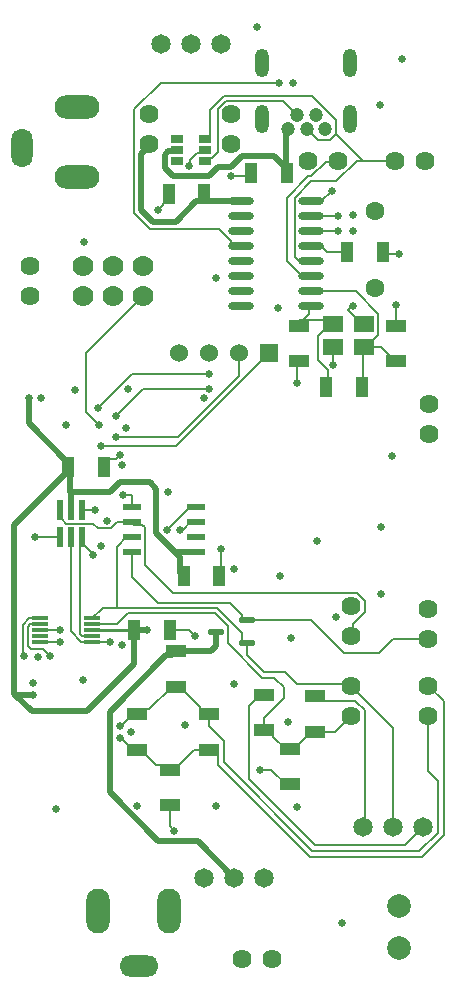
<source format=gbl>
G04*
G04 #@! TF.GenerationSoftware,Altium Limited,Altium Designer,24.3.1 (35)*
G04*
G04 Layer_Physical_Order=4*
G04 Layer_Color=16711680*
%FSLAX44Y44*%
%MOMM*%
G71*
G04*
G04 #@! TF.SameCoordinates,270278F2-5DE0-4317-936F-1FC35F10D9A2*
G04*
G04*
G04 #@! TF.FilePolarity,Positive*
G04*
G01*
G75*
%ADD11C,0.2540*%
%ADD13C,0.1524*%
%ADD20R,1.1176X1.8034*%
%ADD22R,1.8034X1.1176*%
%ADD53C,0.5080*%
%ADD54C,1.6200*%
%ADD55C,1.6000*%
%ADD56O,1.2000X2.4000*%
%ADD57C,1.2000*%
%ADD58C,1.6500*%
%ADD59C,2.0000*%
%ADD60O,3.3000X1.8000*%
%ADD61O,2.0000X3.8000*%
%ADD62O,1.8000X3.3000*%
%ADD63O,3.8000X2.0000*%
%ADD64C,1.7780*%
%ADD65R,1.5240X1.5240*%
%ADD66C,1.5240*%
%ADD67C,0.6350*%
%ADD68R,1.5500X0.6000*%
G04:AMPARAMS|DCode=69|XSize=1.35mm|YSize=0.59mm|CornerRadius=0.1475mm|HoleSize=0mm|Usage=FLASHONLY|Rotation=180.000|XOffset=0mm|YOffset=0mm|HoleType=Round|Shape=RoundedRectangle|*
%AMROUNDEDRECTD69*
21,1,1.3500,0.2950,0,0,180.0*
21,1,1.0550,0.5900,0,0,180.0*
1,1,0.2950,-0.5275,0.1475*
1,1,0.2950,0.5275,0.1475*
1,1,0.2950,0.5275,-0.1475*
1,1,0.2950,-0.5275,-0.1475*
%
%ADD69ROUNDEDRECTD69*%
%ADD70O,2.2000X0.6096*%
G04:AMPARAMS|DCode=71|XSize=1.61mm|YSize=0.59mm|CornerRadius=0.0738mm|HoleSize=0mm|Usage=FLASHONLY|Rotation=90.000|XOffset=0mm|YOffset=0mm|HoleType=Round|Shape=RoundedRectangle|*
%AMROUNDEDRECTD71*
21,1,1.6100,0.4425,0,0,90.0*
21,1,1.4625,0.5900,0,0,90.0*
1,1,0.1475,0.2213,0.7313*
1,1,0.1475,0.2213,-0.7313*
1,1,0.1475,-0.2213,-0.7313*
1,1,0.1475,-0.2213,0.7313*
%
%ADD71ROUNDEDRECTD71*%
%ADD72R,1.4500X0.3000*%
%ADD73R,1.4700X0.3000*%
%ADD74R,1.0000X0.7000*%
%ADD75R,1.8000X1.4000*%
D11*
X75340Y297180D02*
X110744D01*
D13*
X96646Y325006D02*
G03*
X96647Y325140I-6476J114D01*
G01*
X278563Y523331D02*
Y523330D01*
X291753Y568196D02*
X295057Y571500D01*
X296164D01*
X291753Y568117D02*
Y568196D01*
Y568117D02*
X303300Y556570D01*
X80010Y485013D02*
X109347Y514350D01*
X173990D01*
X118237Y501650D02*
X173990D01*
X199390Y512477D02*
Y532130D01*
X95250Y461010D02*
X147923D01*
X146050Y453390D02*
X224790Y532130D01*
X147923Y461010D02*
X199390Y512477D01*
X82550Y453390D02*
X146050D01*
X95377Y478790D02*
X118237Y501650D01*
X306042Y132052D02*
Y229513D01*
X304800Y130810D02*
X306042Y132052D01*
X298065Y237490D02*
X306042Y229513D01*
X267716Y237490D02*
X298065D01*
X264160Y241046D02*
X267716Y237490D01*
X280924Y211074D02*
X294640Y224790D01*
X264160Y211074D02*
X280924D01*
X184150Y344424D02*
Y365760D01*
X182626Y342900D02*
X184150Y344424D01*
X143510Y328930D02*
X299335D01*
X119942Y352498D02*
X143510Y328930D01*
X299335D02*
X306042Y322223D01*
Y312777D02*
Y322223D01*
X295751Y302486D02*
X306042Y312777D01*
X295751Y293211D02*
Y302486D01*
X294640Y292100D02*
X295751Y293211D01*
X107787Y411480D02*
X108890Y410377D01*
X101600Y411480D02*
X107787D01*
X108890Y401320D02*
Y410377D01*
X248920Y506730D02*
Y526034D01*
X250190Y527304D01*
Y529844D01*
X81430Y287100D02*
X90090D01*
X90170Y287020D01*
X81350D02*
X81430Y287100D01*
X157480Y297180D02*
X162560Y292100D01*
X140716Y297180D02*
X157480D01*
X69850Y481838D02*
X80899Y470789D01*
X69850Y481838D02*
Y532130D01*
X258356Y681266D02*
X260511D01*
X240030Y662940D02*
X258356Y681266D01*
X240030Y609776D02*
Y662940D01*
X260728Y677202D02*
X281847D01*
X246556Y613234D02*
Y663030D01*
X260511Y681266D02*
X272824Y693579D01*
X246556Y663030D02*
X260728Y677202D01*
X281847D02*
X299335Y694690D01*
X246556Y613234D02*
X249315Y610475D01*
X69850Y532130D02*
X118110Y580390D01*
X66670Y398780D02*
X77470D01*
X85090Y435610D02*
Y437082D01*
X89916Y441908D02*
X95198D01*
X99060Y445770D01*
X85090Y437082D02*
X89916Y441908D01*
X108890Y341960D02*
X130810Y320040D01*
X180877Y315693D02*
X201868Y294701D01*
X191710Y320040D02*
X201997Y309753D01*
X130810Y320040D02*
X191710D01*
X179193Y311629D02*
X190246Y300577D01*
X96440Y302180D02*
X105889Y311629D01*
X179193D01*
X96520Y315693D02*
X180877D01*
X83688Y315528D02*
X86136Y315693D01*
X83284Y315123D02*
X83688Y315528D01*
X86136Y315693D02*
X96520D01*
X75340Y307180D02*
X83284Y315123D01*
X96520Y368300D02*
X96966Y368746D01*
X96520Y367037D02*
Y368300D01*
X96520Y315693D02*
X96520Y317849D01*
X96646Y325006D01*
X96966Y368746D02*
X104140Y375920D01*
X96520Y367037D02*
X96647Y325140D01*
X260858Y635000D02*
X283210D01*
X110998Y650360D02*
X124580Y636778D01*
X182372D02*
X192912Y626238D01*
X124580Y636778D02*
X182372D01*
X195024Y622300D02*
X201422D01*
X192912Y624412D02*
Y626238D01*
Y624412D02*
X195024Y622300D01*
X130810Y652780D02*
X130961D01*
X135128Y656947D01*
X110998Y650360D02*
Y737993D01*
X138743Y381923D02*
X158140Y401320D01*
X138389Y381923D02*
X138743D01*
X158140Y401320D02*
X162890D01*
X152713Y383193D02*
X158140Y388620D01*
X162890D01*
X150783Y383193D02*
X152713D01*
X149860Y382270D02*
X150783Y383193D01*
X108890Y388620D02*
X111017Y386493D01*
X117697D02*
X119942Y384248D01*
Y352498D02*
Y384248D01*
X96028Y388620D02*
X108890D01*
X111017Y386493D02*
X117697D01*
X108890Y341960D02*
Y363220D01*
X190246Y285888D02*
Y300577D01*
X201868Y290882D02*
Y294701D01*
X104140Y375920D02*
X108890D01*
X90821Y383413D02*
X96028Y388620D01*
X80063Y383413D02*
X90821D01*
X76028Y387448D02*
X80063Y383413D01*
X66650Y370800D02*
X76200Y361250D01*
Y360680D02*
Y361250D01*
X66650Y370800D02*
Y375900D01*
X75340Y302180D02*
X96440D01*
X201997Y307544D02*
Y309753D01*
X204130Y305410D02*
X260754D01*
X201997Y307544D02*
X204130Y305410D01*
Y286410D02*
X206340D01*
X201997Y288544D02*
X204130Y286410D01*
X201868Y290882D02*
X201997Y290753D01*
Y288544D02*
Y290753D01*
X47650Y398800D02*
X49838Y396612D01*
Y390874D02*
Y396612D01*
Y390874D02*
X53264Y387448D01*
X76028D01*
X260754Y305410D02*
X288006Y278158D01*
X307300Y537170D02*
X319445D01*
X260858Y584200D02*
X298340D01*
X317602Y564938D01*
Y547472D02*
Y564938D01*
X305300Y537170D02*
X307300D01*
X317602Y547472D01*
X319445Y537170D02*
X329311Y527304D01*
X332740D01*
X304546Y505460D02*
Y536416D01*
X305300Y537170D01*
X266598Y525612D02*
X274574Y517636D01*
X266598Y525612D02*
Y546268D01*
X276900Y556570D01*
X278900D01*
X274574Y505460D02*
Y517636D01*
X332740Y557276D02*
Y572770D01*
X303300Y556570D02*
X305300D01*
X253619Y559816D02*
X275654D01*
X250190D02*
X253619D01*
X275654D02*
X278900Y556570D01*
X258445Y564642D02*
Y569388D01*
X253619Y559816D02*
X258445Y564642D01*
X260557Y571500D02*
X260858D01*
X258445Y569388D02*
X260557Y571500D01*
X278563Y523330D02*
X278563Y522699D01*
X278563Y523331D02*
X278563Y523444D01*
X279400Y521970D02*
Y536670D01*
X278900Y537170D02*
X279400Y536670D01*
X321056Y620014D02*
X325120Y615950D01*
X133735Y760730D02*
X233680D01*
X110998Y737993D02*
X133735Y760730D01*
X237490Y239551D02*
Y248920D01*
X220853Y222914D02*
X228784Y230845D01*
X228784D02*
X237490Y239551D01*
X229362Y257048D02*
X237490Y248920D01*
X228784Y230845D02*
X228784D01*
X220853Y220964D02*
Y222914D01*
X33823Y281137D02*
X39370Y275590D01*
X23663Y281137D02*
X33823D01*
X20688Y284112D02*
X23663Y281137D01*
X17780Y275590D02*
Y276896D01*
X16624Y278052D02*
X17780Y276896D01*
X16624Y278052D02*
Y301731D01*
X80992Y287378D02*
X81350Y287020D01*
X65875Y287378D02*
X80992D01*
X57150Y296103D02*
Y375900D01*
X249315Y610475D02*
X259983D01*
X240030Y609776D02*
X252906Y596900D01*
X259983Y610475D02*
X260858Y609600D01*
X325120Y615950D02*
X335280D01*
X190246Y285888D02*
X219086Y257048D01*
X229362D01*
X206340Y276260D02*
Y286410D01*
Y276260D02*
X220980Y261620D01*
X26670Y375920D02*
X47630D01*
X66650Y398800D02*
X66670Y398780D01*
X158403Y690981D02*
Y695278D01*
X164007Y700882D02*
X167677D01*
X157480Y690058D02*
X158403Y690981D01*
Y695278D02*
X164007Y700882D01*
X260858Y622300D02*
X268810D01*
X273890Y617220D02*
X291084D01*
X268810Y622300D02*
X273890Y617220D01*
X321056D02*
Y620014D01*
X277915Y669290D02*
X278130D01*
X260858Y660400D02*
X269025D01*
X277915Y669290D01*
X260858Y647700D02*
X283210D01*
X304539Y694690D02*
X331470D01*
X299335D02*
X304539D01*
X282099Y693579D02*
X283210Y694690D01*
X272824Y693579D02*
X282099D01*
X252906Y596900D02*
X260858D01*
X266041Y711740D02*
X276592D01*
X282041Y717188D02*
X304539Y694690D01*
X256739Y721041D02*
X266041Y711740D01*
X206621Y681347D02*
X209804Y684530D01*
X193040Y681347D02*
X206621D01*
X135128Y656947D02*
Y658495D01*
X139954Y663321D01*
Y666750D01*
X288006Y278158D02*
X318247D01*
X31420Y287100D02*
X48180D01*
X31340Y287180D02*
X31420Y287100D01*
X48180D02*
X48260Y287020D01*
X31340Y297180D02*
X48260D01*
X318247Y278158D02*
X329649Y289560D01*
X351790D01*
X22073Y307180D02*
X31340D01*
X16624Y301731D02*
X22073Y307180D01*
X20688Y284112D02*
Y300048D01*
X99695Y205740D02*
X109601Y195834D01*
X113030D01*
X99060Y205740D02*
X99695D01*
X99060Y215900D02*
X99695D01*
X109601Y225806D01*
X140970Y130913D02*
X144780Y127103D01*
Y127000D02*
Y127103D01*
X140970Y130913D02*
Y148844D01*
X20688Y300048D02*
X22622Y301982D01*
X31142D01*
X31340Y302180D01*
X109601Y225806D02*
X113030D01*
X117348Y230124D02*
X123571D01*
X113030Y225806D02*
X117348Y230124D01*
X238760Y261620D02*
X248666Y251714D01*
X220980Y261620D02*
X238760D01*
X293116Y251714D02*
X294640Y250190D01*
X248666Y251714D02*
X293116D01*
X294640Y250190D02*
X330200Y214630D01*
Y130810D02*
Y214630D01*
X149479Y249174D02*
X166243Y232410D01*
X146050Y249174D02*
X149479D01*
X166243Y230124D02*
Y232410D01*
X142621Y249174D02*
X146050D01*
X166243Y230124D02*
X170561Y225806D01*
X173990D01*
X208153Y171141D02*
Y232918D01*
X64688Y294312D02*
Y373938D01*
X66650Y375900D01*
X57150Y296103D02*
X65875Y287378D01*
X64688Y294312D02*
X66622Y292378D01*
X75142D01*
X75340Y292180D01*
X220980Y212344D02*
Y220837D01*
X220853Y220964D02*
X220980Y220837D01*
X173990Y195834D02*
X177419D01*
X181737Y191516D01*
Y183189D02*
Y191516D01*
Y183189D02*
X259516Y105410D01*
X354440D01*
X372740Y123710D01*
Y236860D01*
X359410Y250190D02*
X372740Y236860D01*
X186817Y185293D02*
X261620Y110490D01*
X352335D02*
X367660Y125815D01*
X186817Y185293D02*
Y203000D01*
X367660Y125815D02*
Y169329D01*
X261620Y110490D02*
X352335D01*
X263724Y115570D02*
X340360D01*
X359410Y177579D02*
Y224790D01*
Y177579D02*
X367660Y169329D01*
X173990Y215827D02*
X186817Y203000D01*
X173990Y215827D02*
Y225806D01*
X340360Y115570D02*
X355600Y130810D01*
X208153Y171141D02*
X263724Y115570D01*
X129159Y183134D02*
X136652D01*
X140970Y178816D01*
X113030Y195834D02*
X116459D01*
X129159Y183134D01*
X148717D02*
Y183388D01*
X144399Y178816D02*
X148717Y183134D01*
X161163Y195834D02*
X173990D01*
X148717Y183388D02*
X161163Y195834D01*
X140970Y178816D02*
X144399D01*
X123571Y230124D02*
X142621Y249174D01*
X47630Y375920D02*
X47650Y375900D01*
X217551Y242316D02*
X220980D01*
X208153Y232918D02*
X217551Y242316D01*
X220980Y212344D02*
X224409D01*
X228727Y207010D02*
Y208026D01*
Y207010D02*
X239141Y196596D01*
X224409Y212344D02*
X228727Y208026D01*
X239141Y166624D02*
X242570D01*
X226695Y179070D02*
X239141Y166624D01*
X217170Y179070D02*
X226695D01*
X239141Y196596D02*
X242570D01*
X246888Y200914D02*
X250571D01*
X242570Y196596D02*
X246888Y200914D01*
X250571D02*
X260731Y211074D01*
X167677Y700882D02*
X170375Y703580D01*
X174613Y715818D02*
Y737505D01*
X186634Y749526D01*
X261445D01*
X188317Y745462D02*
X236355D01*
X282041Y717188D02*
Y728931D01*
X276592Y711740D02*
X282041Y717188D01*
X171875Y713080D02*
X174613Y715818D01*
X170375Y713080D02*
X171875D01*
X261445Y749526D02*
X282041Y728931D01*
X236355Y745462D02*
X248738Y733079D01*
X173073Y696778D02*
X176743D01*
X181638Y701673D01*
Y738783D01*
X188317Y745462D01*
X170375Y694080D02*
X173073Y696778D01*
D20*
X152654Y342900D02*
D03*
X182626D02*
D03*
X139954Y666750D02*
D03*
X169926D02*
D03*
X85090Y435610D02*
D03*
X55118D02*
D03*
X140716Y297180D02*
D03*
X110744D02*
D03*
X273304Y502920D02*
D03*
X303276D02*
D03*
X291084Y617220D02*
D03*
X321056D02*
D03*
X209804Y684530D02*
D03*
X239776D02*
D03*
D22*
X250190Y554736D02*
D03*
Y524764D02*
D03*
X140970Y178816D02*
D03*
Y148844D02*
D03*
X113030Y195834D02*
D03*
Y225806D02*
D03*
X173990Y195834D02*
D03*
Y225806D02*
D03*
X146050Y249174D02*
D03*
Y279146D02*
D03*
X242570Y166624D02*
D03*
Y196596D02*
D03*
X220980Y212344D02*
D03*
Y242316D02*
D03*
X264160Y241046D02*
D03*
Y211074D02*
D03*
X332740Y554736D02*
D03*
Y524764D02*
D03*
D53*
X110744Y297180D02*
X121920D01*
X145418Y363220D02*
X149606Y359032D01*
Y345948D02*
X152654Y342900D01*
X149606Y345948D02*
Y359032D01*
X175464Y279146D02*
X179740Y283422D01*
Y295910D01*
X146050Y279146D02*
X175464D01*
X143002Y276098D02*
X146050Y279146D01*
X56740Y414020D02*
Y433988D01*
X57150Y398800D02*
Y414020D01*
X127000Y642620D02*
X145796D01*
X169926Y663448D02*
Y666750D01*
X166878Y660273D02*
X169989Y663384D01*
X169926Y663448D02*
X169989Y663384D01*
X116840Y652780D02*
X127000Y642620D01*
X145796D02*
X163449Y660273D01*
X171196Y666750D02*
Y668020D01*
X163449Y660273D02*
X166878D01*
X129540Y379098D02*
X145418Y363220D01*
X123825Y422275D02*
X129540Y416560D01*
Y379098D02*
Y416560D01*
X98425Y422275D02*
X123825D01*
X145418Y363220D02*
X162890D01*
X90170Y414020D02*
X98425Y422275D01*
X57150Y414020D02*
X90170D01*
X116840Y652780D02*
Y700124D01*
X123190Y706474D01*
Y708660D01*
X90043Y159903D02*
Y228209D01*
X137932Y276098D01*
X143002D01*
X90043Y159903D02*
X131201Y118745D01*
X10160Y242570D02*
X24130Y228600D01*
X10160Y242570D02*
X25400D01*
X8890Y243840D02*
X10160Y242570D01*
X110744Y268224D02*
Y297180D01*
X24130Y228600D02*
X71120D01*
X8890Y243840D02*
Y385953D01*
X71120Y228600D02*
X110744Y268224D01*
X21590Y472567D02*
Y494030D01*
X169989Y663384D02*
X172974Y660400D01*
X201422D01*
X202057Y698627D02*
X229108D01*
X193032Y689602D02*
X202057Y698627D01*
X181581Y689602D02*
X193032D01*
X238316Y689419D02*
X239776Y687959D01*
X229108Y698627D02*
X238316Y689419D01*
X173782Y681803D02*
X181581Y689602D01*
X143343Y681803D02*
X173782D01*
X136670Y688476D02*
X143343Y681803D01*
X136670Y699684D02*
X139646Y702660D01*
X145830D01*
X136670Y688476D02*
Y699684D01*
X239776Y684530D02*
Y687959D01*
X145830Y702660D02*
X146750Y703580D01*
X239623Y690727D02*
Y719924D01*
X21590Y472567D02*
X55118Y439039D01*
Y435610D02*
Y439039D01*
X8890Y385953D02*
X55118Y432181D01*
X164465Y118745D02*
X195580Y87630D01*
X131201Y118745D02*
X164465D01*
X55118Y432181D02*
Y435610D01*
X56740Y433988D01*
X239623Y719924D02*
X240740Y721041D01*
D54*
X360680Y488950D02*
D03*
Y463550D02*
D03*
X294640Y317500D02*
D03*
Y292100D02*
D03*
X359410Y314960D02*
D03*
Y289560D02*
D03*
X294640Y250190D02*
D03*
Y224790D02*
D03*
X359410Y250190D02*
D03*
Y224790D02*
D03*
X193040Y734060D02*
D03*
Y708660D02*
D03*
X123190Y734060D02*
D03*
Y708660D02*
D03*
X356870Y694690D02*
D03*
X331470D02*
D03*
X257810D02*
D03*
X283210D02*
D03*
X227330Y19050D02*
D03*
X201930D02*
D03*
X22860Y605790D02*
D03*
Y580390D02*
D03*
D55*
X314960Y652260D02*
D03*
Y587260D02*
D03*
D56*
X219340Y777559D02*
D03*
Y730059D02*
D03*
X293740D02*
D03*
Y777559D02*
D03*
D57*
X272739Y721041D02*
D03*
X256739D02*
D03*
X264738Y733079D02*
D03*
X248738D02*
D03*
X240740Y721041D02*
D03*
D58*
X304800Y130810D02*
D03*
X330200D02*
D03*
X355600D02*
D03*
X220980Y87630D02*
D03*
X195580D02*
D03*
X170180D02*
D03*
X133350Y793750D02*
D03*
X158750D02*
D03*
X184150D02*
D03*
D59*
X335280Y28220D02*
D03*
Y63220D02*
D03*
D60*
X115010Y13190D02*
D03*
D61*
X80010Y59690D02*
D03*
X140010D02*
D03*
D62*
X15730Y705410D02*
D03*
D63*
X62230Y740410D02*
D03*
Y680410D02*
D03*
D64*
X118110Y605790D02*
D03*
Y580390D02*
D03*
X92710Y605790D02*
D03*
Y580390D02*
D03*
X67310Y605790D02*
D03*
Y580390D02*
D03*
D65*
X224790Y532130D02*
D03*
D66*
X199390D02*
D03*
X173990D02*
D03*
X148590D02*
D03*
D67*
X296164Y571500D02*
D03*
X105608Y501452D02*
D03*
X173990Y514350D02*
D03*
X180340Y595630D02*
D03*
X170014Y493699D02*
D03*
X173990Y501650D02*
D03*
X121920Y297180D02*
D03*
X184150Y365760D02*
D03*
X234104Y343324D02*
D03*
X281940Y308610D02*
D03*
X287020Y49530D02*
D03*
X328930Y444500D02*
D03*
X101600Y411480D02*
D03*
X248920Y506730D02*
D03*
X100330Y284480D02*
D03*
X90170Y287020D02*
D03*
X245110Y760730D02*
D03*
X53340Y471170D02*
D03*
X60960Y500380D02*
D03*
X104140Y468630D02*
D03*
X162560Y292100D02*
D03*
X82550Y453390D02*
D03*
X95250Y461010D02*
D03*
X95377Y478790D02*
D03*
X80010Y485013D02*
D03*
X80899Y470789D02*
D03*
X82550Y368300D02*
D03*
X77470Y398780D02*
D03*
X99060Y445770D02*
D03*
X265961Y372880D02*
D03*
X296164Y635000D02*
D03*
X283210D02*
D03*
X130810Y652780D02*
D03*
X139700Y414020D02*
D03*
X138389Y381923D02*
D03*
X76200Y360680D02*
D03*
X195580Y349250D02*
D03*
X149860Y382270D02*
D03*
X243840Y290830D02*
D03*
X279400Y521970D02*
D03*
X337820Y781050D02*
D03*
X318770Y741680D02*
D03*
X214630Y807720D02*
D03*
X233680Y760730D02*
D03*
X67310Y255270D02*
D03*
X153670Y217170D02*
D03*
X241300Y219710D02*
D03*
X195580Y251460D02*
D03*
X25400Y252730D02*
D03*
X29210Y274320D02*
D03*
X39370Y275590D02*
D03*
X25400Y242570D02*
D03*
X17780Y275590D02*
D03*
X335280Y615950D02*
D03*
X332740Y572770D02*
D03*
X26670Y375920D02*
D03*
X100330Y436880D02*
D03*
X21590Y494030D02*
D03*
X31750D02*
D03*
X157480Y690058D02*
D03*
X295910Y648970D02*
D03*
X278130Y669290D02*
D03*
X283210Y647700D02*
D03*
X193040Y681347D02*
D03*
X48260Y287020D02*
D03*
Y297180D02*
D03*
X107950Y210820D02*
D03*
X99060Y205740D02*
D03*
Y215900D02*
D03*
X144780Y127000D02*
D03*
X113030Y148590D02*
D03*
X217170Y179070D02*
D03*
X180340Y148590D02*
D03*
X248920Y147320D02*
D03*
X44450Y146050D02*
D03*
X320040Y384810D02*
D03*
Y327660D02*
D03*
X87630Y389890D02*
D03*
X232410Y570230D02*
D03*
X68580Y626110D02*
D03*
D68*
X108890Y363220D02*
D03*
Y375920D02*
D03*
Y388620D02*
D03*
Y401320D02*
D03*
X162890Y363220D02*
D03*
Y375920D02*
D03*
Y388620D02*
D03*
Y401320D02*
D03*
D69*
X206340Y286410D02*
D03*
X179740Y295910D02*
D03*
X206340Y305410D02*
D03*
D70*
X201422Y660400D02*
D03*
Y647700D02*
D03*
Y635000D02*
D03*
Y622300D02*
D03*
Y609600D02*
D03*
Y596900D02*
D03*
Y584200D02*
D03*
Y571500D02*
D03*
X260858D02*
D03*
Y584200D02*
D03*
Y596900D02*
D03*
Y609600D02*
D03*
Y622300D02*
D03*
Y635000D02*
D03*
Y647700D02*
D03*
Y660400D02*
D03*
D71*
X47650Y375900D02*
D03*
X57150D02*
D03*
X66650D02*
D03*
Y398800D02*
D03*
X57150D02*
D03*
X47650D02*
D03*
D72*
X31340Y287180D02*
D03*
D73*
Y292180D02*
D03*
Y297180D02*
D03*
Y302180D02*
D03*
Y307180D02*
D03*
X75340D02*
D03*
Y302180D02*
D03*
Y297180D02*
D03*
Y292180D02*
D03*
Y287180D02*
D03*
D74*
X146750Y713080D02*
D03*
Y703580D02*
D03*
Y694080D02*
D03*
X170375D02*
D03*
Y703580D02*
D03*
Y713080D02*
D03*
D75*
X278900Y537170D02*
D03*
X305300Y556570D02*
D03*
X278900D02*
D03*
X305300Y537170D02*
D03*
M02*

</source>
